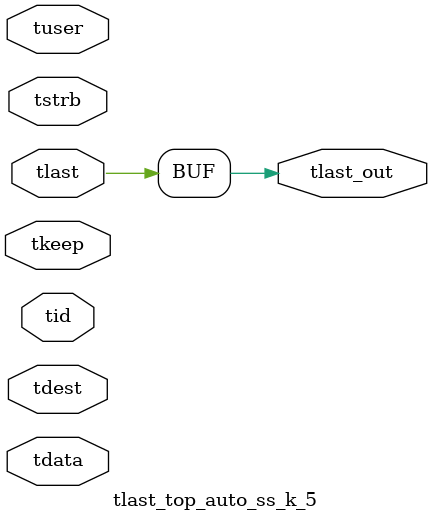
<source format=v>


`timescale 1ps/1ps

module tlast_top_auto_ss_k_5 #
(
parameter C_S_AXIS_TID_WIDTH   = 1,
parameter C_S_AXIS_TUSER_WIDTH = 0,
parameter C_S_AXIS_TDATA_WIDTH = 0,
parameter C_S_AXIS_TDEST_WIDTH = 0
)
(
input  [(C_S_AXIS_TID_WIDTH   == 0 ? 1 : C_S_AXIS_TID_WIDTH)-1:0       ] tid,
input  [(C_S_AXIS_TDATA_WIDTH == 0 ? 1 : C_S_AXIS_TDATA_WIDTH)-1:0     ] tdata,
input  [(C_S_AXIS_TUSER_WIDTH == 0 ? 1 : C_S_AXIS_TUSER_WIDTH)-1:0     ] tuser,
input  [(C_S_AXIS_TDEST_WIDTH == 0 ? 1 : C_S_AXIS_TDEST_WIDTH)-1:0     ] tdest,
input  [(C_S_AXIS_TDATA_WIDTH/8)-1:0 ] tkeep,
input  [(C_S_AXIS_TDATA_WIDTH/8)-1:0 ] tstrb,
input  [0:0]                                                             tlast,
output                                                                   tlast_out
);

assign tlast_out = {tlast[0]};

endmodule


</source>
